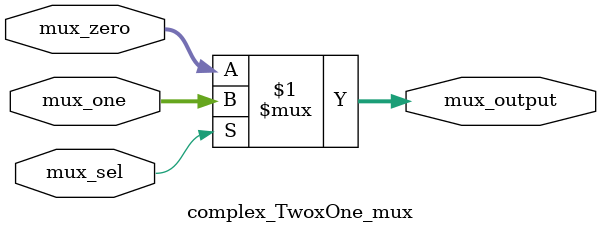
<source format=v>
`timescale 1 ns / 1 ps

module complex_TwoxOne_mux (mux_zero,mux_one,mux_output,mux_sel);

input wire [63:0] mux_zero;
input wire [63:0] mux_one;
input wire mux_sel;
output wire [63:0] mux_output;

assign mux_output = (mux_sel)?mux_one:mux_zero;

endmodule

</source>
